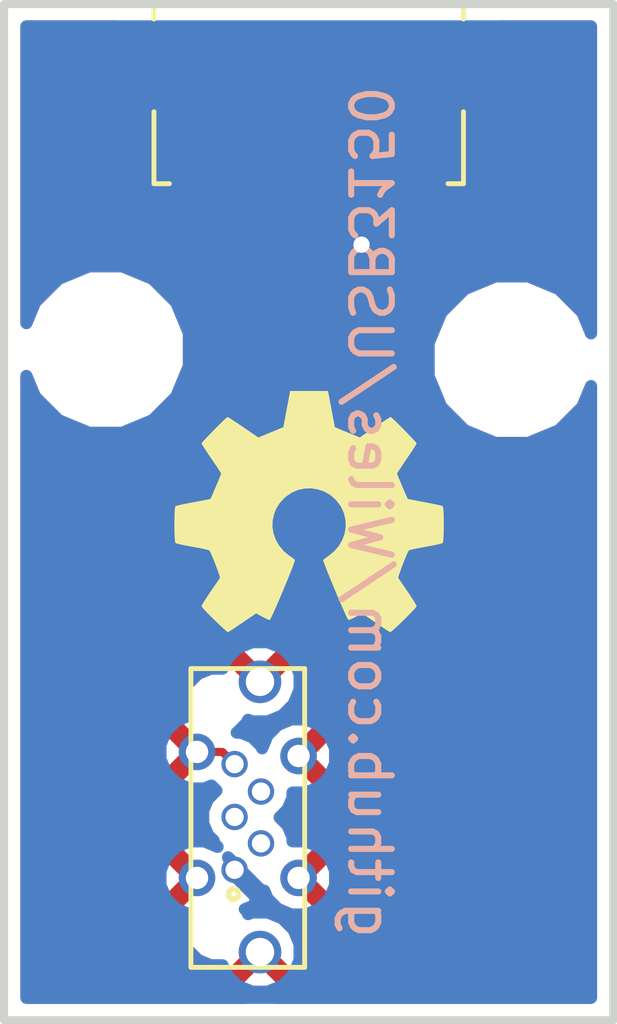
<source format=kicad_pcb>
(kicad_pcb (version 20171130) (host pcbnew "(5.0.0)")

  (general
    (thickness 1.6)
    (drawings 6)
    (tracks 6)
    (zones 0)
    (modules 5)
    (nets 9)
  )

  (page A4)
  (layers
    (0 F.Cu signal hide)
    (31 B.Cu signal hide)
    (32 B.Adhes user)
    (33 F.Adhes user hide)
    (34 B.Paste user)
    (35 F.Paste user)
    (36 B.SilkS user)
    (37 F.SilkS user)
    (38 B.Mask user)
    (39 F.Mask user)
    (40 Dwgs.User user)
    (41 Cmts.User user)
    (42 Eco1.User user)
    (43 Eco2.User user)
    (44 Edge.Cuts user)
    (45 Margin user)
    (46 B.CrtYd user)
    (47 F.CrtYd user)
    (48 B.Fab user)
    (49 F.Fab user)
  )

  (setup
    (last_trace_width 0.2)
    (trace_clearance 0.1)
    (zone_clearance 0.3)
    (zone_45_only no)
    (trace_min 0.2)
    (segment_width 0.2)
    (edge_width 0.15)
    (via_size 0.8)
    (via_drill 0.4)
    (via_min_size 0.4)
    (via_min_drill 0.3)
    (uvia_size 0.3)
    (uvia_drill 0.1)
    (uvias_allowed no)
    (uvia_min_size 0.2)
    (uvia_min_drill 0.1)
    (pcb_text_width 0.3)
    (pcb_text_size 1.5 1.5)
    (mod_edge_width 0.15)
    (mod_text_size 1 1)
    (mod_text_width 0.15)
    (pad_size 1.524 1.524)
    (pad_drill 0.762)
    (pad_to_mask_clearance 0.2)
    (aux_axis_origin 0 0)
    (visible_elements FFFFFF7F)
    (pcbplotparams
      (layerselection 0x010fc_ffffffff)
      (usegerberextensions false)
      (usegerberattributes false)
      (usegerberadvancedattributes false)
      (creategerberjobfile false)
      (excludeedgelayer true)
      (linewidth 0.100000)
      (plotframeref false)
      (viasonmask false)
      (mode 1)
      (useauxorigin false)
      (hpglpennumber 1)
      (hpglpenspeed 20)
      (hpglpendiameter 15.000000)
      (psnegative false)
      (psa4output false)
      (plotreference true)
      (plotvalue true)
      (plotinvisibletext false)
      (padsonsilk false)
      (subtractmaskfromsilk false)
      (outputformat 1)
      (mirror false)
      (drillshape 1)
      (scaleselection 1)
      (outputdirectory ""))
  )

  (net 0 "")
  (net 1 +5V)
  (net 2 "Net-(J1-Pad2)")
  (net 3 "Net-(J1-Pad3)")
  (net 4 "Net-(J1-Pad4)")
  (net 5 GND)
  (net 6 "Net-(J2-Pad2)")
  (net 7 "Net-(J2-Pad3)")
  (net 8 "Net-(J2-Pad4)")

  (net_class Default "This is the default net class."
    (clearance 0.1)
    (trace_width 0.2)
    (via_dia 0.8)
    (via_drill 0.4)
    (uvia_dia 0.3)
    (uvia_drill 0.1)
    (add_net +5V)
    (add_net GND)
    (add_net "Net-(J1-Pad2)")
    (add_net "Net-(J1-Pad3)")
    (add_net "Net-(J1-Pad4)")
    (add_net "Net-(J2-Pad2)")
    (add_net "Net-(J2-Pad3)")
    (add_net "Net-(J2-Pad4)")
  )

  (module Connector_USB:USB_Micro-B_Molex_47346-0001 (layer F.Cu) (tedit 5B8486A9) (tstamp 5B9FD85C)
    (at 127 92.71 180)
    (descr "Micro USB B receptable with flange, bottom-mount, SMD, right-angle (http://www.molex.com/pdm_docs/sd/473460001_sd.pdf)")
    (tags "Micro B USB SMD")
    (path /5B79DAAA)
    (attr smd)
    (fp_text reference J1 (at 0 -3.3) (layer F.SilkS) hide
      (effects (font (size 1 1) (thickness 0.15)))
    )
    (fp_text value USB_B_Micro (at 0 4.6) (layer F.Fab)
      (effects (font (size 1 1) (thickness 0.15)))
    )
    (fp_text user "PCB Edge" (at 0 2.67) (layer Dwgs.User)
      (effects (font (size 0.4 0.4) (thickness 0.04)))
    )
    (fp_text user %R (at 0 1.2 180) (layer F.Fab)
      (effects (font (size 1 1) (thickness 0.15)))
    )
    (fp_line (start 3.81 -1.71) (end 3.43 -1.71) (layer F.SilkS) (width 0.12))
    (fp_line (start 4.6 3.9) (end -4.6 3.9) (layer F.CrtYd) (width 0.05))
    (fp_line (start 4.6 -2.7) (end 4.6 3.9) (layer F.CrtYd) (width 0.05))
    (fp_line (start -4.6 -2.7) (end 4.6 -2.7) (layer F.CrtYd) (width 0.05))
    (fp_line (start -4.6 3.9) (end -4.6 -2.7) (layer F.CrtYd) (width 0.05))
    (fp_line (start 3.75 3.35) (end -3.75 3.35) (layer F.Fab) (width 0.1))
    (fp_line (start 3.75 -1.65) (end 3.75 3.35) (layer F.Fab) (width 0.1))
    (fp_line (start -3.75 -1.65) (end 3.75 -1.65) (layer F.Fab) (width 0.1))
    (fp_line (start -3.75 3.35) (end -3.75 -1.65) (layer F.Fab) (width 0.1))
    (fp_line (start 3.81 2.34) (end 3.81 2.6) (layer F.SilkS) (width 0.12))
    (fp_line (start 3.81 -1.71) (end 3.81 0.06) (layer F.SilkS) (width 0.12))
    (fp_line (start -3.81 -1.71) (end -3.43 -1.71) (layer F.SilkS) (width 0.12))
    (fp_line (start -3.81 0.06) (end -3.81 -1.71) (layer F.SilkS) (width 0.12))
    (fp_line (start -3.81 2.6) (end -3.81 2.34) (layer F.SilkS) (width 0.12))
    (fp_line (start -3.25 2.65) (end 3.25 2.65) (layer F.Fab) (width 0.1))
    (pad 1 smd rect (at -1.3 -1.46 180) (size 0.45 1.38) (layers F.Cu F.Paste F.Mask)
      (net 1 +5V))
    (pad 2 smd rect (at -0.65 -1.46 180) (size 0.45 1.38) (layers F.Cu F.Paste F.Mask)
      (net 2 "Net-(J1-Pad2)"))
    (pad 3 smd rect (at 0 -1.46 180) (size 0.45 1.38) (layers F.Cu F.Paste F.Mask)
      (net 3 "Net-(J1-Pad3)"))
    (pad 4 smd rect (at 0.65 -1.46 180) (size 0.45 1.38) (layers F.Cu F.Paste F.Mask)
      (net 4 "Net-(J1-Pad4)"))
    (pad 5 smd rect (at 1.3 -1.46 180) (size 0.45 1.38) (layers F.Cu F.Paste F.Mask)
      (net 5 GND))
    (pad 6 smd rect (at -2.4625 -1.1 180) (size 1.475 2.1) (layers F.Cu F.Paste F.Mask)
      (net 5 GND))
    (pad 6 smd rect (at 2.4625 -1.1 180) (size 1.475 2.1) (layers F.Cu F.Paste F.Mask)
      (net 5 GND))
    (pad 6 smd rect (at -2.91 1.2 180) (size 2.375 1.9) (layers F.Cu F.Paste F.Mask)
      (net 5 GND))
    (pad 6 smd rect (at 2.91 1.2 180) (size 2.375 1.9) (layers F.Cu F.Paste F.Mask)
      (net 5 GND))
    (pad 6 smd rect (at -0.84 1.2 180) (size 1.175 1.9) (layers F.Cu F.Paste F.Mask)
      (net 5 GND))
    (pad 6 smd rect (at 0.84 1.2 180) (size 1.175 1.9) (layers F.Cu F.Paste F.Mask)
      (net 5 GND))
    (model ${KISYS3DMOD}/Connector_USB.3dshapes/USB_Micro-B_Molex_47346-0001.wrl
      (at (xyz 0 0 0))
      (scale (xyz 1 1 1))
      (rotate (xyz 0 0 0))
    )
  )

  (module USB3150:USB3150 (layer F.Cu) (tedit 5B8486A1) (tstamp 5B9FD6EA)
    (at 125.5 110 90)
    (path /5B79DB1C)
    (fp_text reference J2 (at 0 2.54 90) (layer F.SilkS) hide
      (effects (font (size 1 1) (thickness 0.15)))
    )
    (fp_text value USB_B_Micro (at 0 -2.375 90) (layer F.Fab)
      (effects (font (size 1 1) (thickness 0.15)))
    )
    (fp_line (start -3.675 -1.4) (end 3.65 -1.4) (layer F.SilkS) (width 0.12))
    (fp_line (start 3.65 -1.4) (end 3.65 1.4) (layer F.SilkS) (width 0.12))
    (fp_line (start 3.65 1.4) (end -3.7 1.4) (layer F.SilkS) (width 0.12))
    (fp_line (start -3.7 1.4) (end -3.7 -1.4) (layer F.SilkS) (width 0.12))
    (fp_circle (center -1.9 -0.35) (end -1.9 -0.225) (layer F.SilkS) (width 0.15))
    (fp_text user %R (at 0 2.55 90) (layer F.Fab)
      (effects (font (size 1 1) (thickness 0.15)))
    )
    (fp_line (start -3.675 -1.4) (end 3.65 -1.4) (layer F.Fab) (width 0.12))
    (fp_line (start 3.65 -1.4) (end 3.65 1.4) (layer F.Fab) (width 0.12))
    (fp_line (start 3.65 1.4) (end -3.7 1.4) (layer F.Fab) (width 0.12))
    (fp_line (start -3.7 1.4) (end -3.7 -1.4) (layer F.Fab) (width 0.12))
    (fp_line (start -4 -1.75) (end -4 1.75) (layer F.CrtYd) (width 0.05))
    (fp_line (start -4 1.75) (end 4 1.75) (layer F.CrtYd) (width 0.05))
    (fp_line (start 4 1.75) (end 4 -1.75) (layer F.CrtYd) (width 0.05))
    (fp_line (start 4 -1.75) (end -4 -1.75) (layer F.CrtYd) (width 0.05))
    (pad 1 thru_hole circle (at -1.3 -0.325 90) (size 0.65 0.65) (drill 0.45) (layers *.Cu *.Mask)
      (net 1 +5V))
    (pad 2 thru_hole circle (at -0.65 0.325 90) (size 0.65 0.65) (drill 0.45) (layers *.Cu *.Mask)
      (net 6 "Net-(J2-Pad2)"))
    (pad 3 thru_hole circle (at 0 -0.325 90) (size 0.65 0.65) (drill 0.45) (layers *.Cu *.Mask)
      (net 7 "Net-(J2-Pad3)"))
    (pad 4 thru_hole circle (at 0.625 0.325 90) (size 0.65 0.65) (drill 0.45) (layers *.Cu *.Mask)
      (net 8 "Net-(J2-Pad4)"))
    (pad 5 thru_hole circle (at 1.3 -0.325 90) (size 0.65 0.65) (drill 0.45) (layers *.Cu *.Mask)
      (net 5 GND))
    (pad 6 thru_hole circle (at -1.5 -1.25 90) (size 0.9 0.9) (drill 0.55) (layers *.Cu *.Mask)
      (net 5 GND))
    (pad 6 thru_hole circle (at 1.6 -1.25 90) (size 0.9 0.9) (drill 0.55) (layers *.Cu *.Mask)
      (net 5 GND))
    (pad 6 thru_hole circle (at 1.5 1.25 90) (size 0.9 0.9) (drill 0.55) (layers *.Cu *.Mask)
      (net 5 GND))
    (pad 6 thru_hole circle (at -1.5 1.25 90) (size 0.9 0.9) (drill 0.55) (layers *.Cu *.Mask)
      (net 5 GND))
    (pad 6 thru_hole circle (at 3.325 0.3 90) (size 1.05 1.05) (drill 0.7) (layers *.Cu *.Mask)
      (net 5 GND))
    (pad 6 thru_hole circle (at -3.325 0.3 90) (size 1.05 1.05) (drill 0.7) (layers *.Cu *.Mask)
      (net 5 GND))
    (pad "" np_thru_hole circle (at 2.8 -0.745 90) (size 0.8 0.8) (drill 0.8) (layers *.Cu *.Mask))
    (pad "" np_thru_hole circle (at -2.8 -0.745 90) (size 0.8 0.8) (drill 0.8) (layers *.Cu *.Mask))
  )

  (module MountingHole:MountingHole_3.2mm_M3 (layer F.Cu) (tedit 5B8486AC) (tstamp 5BABC243)
    (at 122 98.5)
    (descr "Mounting Hole 3.2mm, no annular, M3")
    (tags "mounting hole 3.2mm no annular m3")
    (attr virtual)
    (fp_text reference REF** (at 0 -4.2) (layer F.SilkS) hide
      (effects (font (size 1 1) (thickness 0.15)))
    )
    (fp_text value MountingHole_3.2mm_M3 (at 0 4.2) (layer F.Fab)
      (effects (font (size 1 1) (thickness 0.15)))
    )
    (fp_circle (center 0 0) (end 3.45 0) (layer F.CrtYd) (width 0.05))
    (fp_circle (center 0 0) (end 3.2 0) (layer Cmts.User) (width 0.15))
    (fp_text user %R (at 0.3 0) (layer F.Fab)
      (effects (font (size 1 1) (thickness 0.15)))
    )
    (pad 1 np_thru_hole circle (at 0 0) (size 3.2 3.2) (drill 3.2) (layers *.Cu *.Mask))
  )

  (module MountingHole:MountingHole_3.2mm_M3 (layer F.Cu) (tedit 5B8486A6) (tstamp 5BABC298)
    (at 132 98.75)
    (descr "Mounting Hole 3.2mm, no annular, M3")
    (tags "mounting hole 3.2mm no annular m3")
    (attr virtual)
    (fp_text reference REF** (at 0 -4.2) (layer F.SilkS) hide
      (effects (font (size 1 1) (thickness 0.15)))
    )
    (fp_text value MountingHole_3.2mm_M3 (at 0 4.2) (layer F.Fab)
      (effects (font (size 1 1) (thickness 0.15)))
    )
    (fp_circle (center 0 0) (end 3.45 0) (layer F.CrtYd) (width 0.05))
    (fp_circle (center 0 0) (end 3.2 0) (layer Cmts.User) (width 0.15))
    (fp_text user %R (at 0.3 0) (layer F.Fab)
      (effects (font (size 1 1) (thickness 0.15)))
    )
    (pad 1 np_thru_hole circle (at 0 0) (size 3.2 3.2) (drill 3.2) (layers *.Cu *.Mask))
  )

  (module Symbol:OSHW-Symbol_6.7x6mm_SilkScreen (layer F.Cu) (tedit 0) (tstamp 5BABCFD7)
    (at 127 102.5)
    (descr "Open Source Hardware Symbol")
    (tags "Logo Symbol OSHW")
    (attr virtual)
    (fp_text reference REF** (at 0 0) (layer F.SilkS) hide
      (effects (font (size 1 1) (thickness 0.15)))
    )
    (fp_text value OSHW-Symbol_6.7x6mm_SilkScreen (at 0.75 0) (layer F.Fab) hide
      (effects (font (size 1 1) (thickness 0.15)))
    )
    (fp_poly (pts (xy 0.555814 -2.531069) (xy 0.639635 -2.086445) (xy 0.94892 -1.958947) (xy 1.258206 -1.831449)
      (xy 1.629246 -2.083754) (xy 1.733157 -2.154004) (xy 1.827087 -2.216728) (xy 1.906652 -2.269062)
      (xy 1.96747 -2.308143) (xy 2.005157 -2.331107) (xy 2.015421 -2.336058) (xy 2.03391 -2.323324)
      (xy 2.07342 -2.288118) (xy 2.129522 -2.234938) (xy 2.197787 -2.168282) (xy 2.273786 -2.092646)
      (xy 2.353092 -2.012528) (xy 2.431275 -1.932426) (xy 2.503907 -1.856836) (xy 2.566559 -1.790255)
      (xy 2.614803 -1.737182) (xy 2.64421 -1.702113) (xy 2.651241 -1.690377) (xy 2.641123 -1.66874)
      (xy 2.612759 -1.621338) (xy 2.569129 -1.552807) (xy 2.513218 -1.467785) (xy 2.448006 -1.370907)
      (xy 2.410219 -1.31565) (xy 2.341343 -1.214752) (xy 2.28014 -1.123701) (xy 2.229578 -1.04703)
      (xy 2.192628 -0.989272) (xy 2.172258 -0.954957) (xy 2.169197 -0.947746) (xy 2.176136 -0.927252)
      (xy 2.195051 -0.879487) (xy 2.223087 -0.811168) (xy 2.257391 -0.729011) (xy 2.295109 -0.63973)
      (xy 2.333387 -0.550042) (xy 2.36937 -0.466662) (xy 2.400206 -0.396306) (xy 2.423039 -0.34569)
      (xy 2.435017 -0.321529) (xy 2.435724 -0.320578) (xy 2.454531 -0.315964) (xy 2.504618 -0.305672)
      (xy 2.580793 -0.290713) (xy 2.677865 -0.272099) (xy 2.790643 -0.250841) (xy 2.856442 -0.238582)
      (xy 2.97695 -0.215638) (xy 3.085797 -0.193805) (xy 3.177476 -0.174278) (xy 3.246481 -0.158252)
      (xy 3.287304 -0.146921) (xy 3.295511 -0.143326) (xy 3.303548 -0.118994) (xy 3.310033 -0.064041)
      (xy 3.31497 0.015108) (xy 3.318364 0.112026) (xy 3.320218 0.220287) (xy 3.320538 0.333465)
      (xy 3.319327 0.445135) (xy 3.31659 0.548868) (xy 3.312331 0.638241) (xy 3.306555 0.706826)
      (xy 3.299267 0.748197) (xy 3.294895 0.75681) (xy 3.268764 0.767133) (xy 3.213393 0.781892)
      (xy 3.136107 0.799352) (xy 3.04423 0.81778) (xy 3.012158 0.823741) (xy 2.857524 0.852066)
      (xy 2.735375 0.874876) (xy 2.641673 0.89308) (xy 2.572384 0.907583) (xy 2.523471 0.919292)
      (xy 2.490897 0.929115) (xy 2.470628 0.937956) (xy 2.458626 0.946724) (xy 2.456947 0.948457)
      (xy 2.440184 0.976371) (xy 2.414614 1.030695) (xy 2.382788 1.104777) (xy 2.34726 1.191965)
      (xy 2.310583 1.285608) (xy 2.275311 1.379052) (xy 2.243996 1.465647) (xy 2.219193 1.53874)
      (xy 2.203454 1.591678) (xy 2.199332 1.617811) (xy 2.199676 1.618726) (xy 2.213641 1.640086)
      (xy 2.245322 1.687084) (xy 2.291391 1.754827) (xy 2.348518 1.838423) (xy 2.413373 1.932982)
      (xy 2.431843 1.959854) (xy 2.497699 2.057275) (xy 2.55565 2.146163) (xy 2.602538 2.221412)
      (xy 2.635207 2.27792) (xy 2.6505 2.310581) (xy 2.651241 2.314593) (xy 2.638392 2.335684)
      (xy 2.602888 2.377464) (xy 2.549293 2.435445) (xy 2.482171 2.505135) (xy 2.406087 2.582045)
      (xy 2.325604 2.661683) (xy 2.245287 2.739561) (xy 2.169699 2.811186) (xy 2.103405 2.87207)
      (xy 2.050969 2.917721) (xy 2.016955 2.94365) (xy 2.007545 2.947883) (xy 1.985643 2.937912)
      (xy 1.9408 2.91102) (xy 1.880321 2.871736) (xy 1.833789 2.840117) (xy 1.749475 2.782098)
      (xy 1.649626 2.713784) (xy 1.549473 2.645579) (xy 1.495627 2.609075) (xy 1.313371 2.4858)
      (xy 1.160381 2.56852) (xy 1.090682 2.604759) (xy 1.031414 2.632926) (xy 0.991311 2.648991)
      (xy 0.981103 2.651226) (xy 0.968829 2.634722) (xy 0.944613 2.588082) (xy 0.910263 2.515609)
      (xy 0.867588 2.421606) (xy 0.818394 2.310374) (xy 0.76449 2.186215) (xy 0.707684 2.053432)
      (xy 0.649782 1.916327) (xy 0.592593 1.779202) (xy 0.537924 1.646358) (xy 0.487584 1.522098)
      (xy 0.44338 1.410725) (xy 0.407119 1.316539) (xy 0.380609 1.243844) (xy 0.365658 1.196941)
      (xy 0.363254 1.180833) (xy 0.382311 1.160286) (xy 0.424036 1.126933) (xy 0.479706 1.087702)
      (xy 0.484378 1.084599) (xy 0.628264 0.969423) (xy 0.744283 0.835053) (xy 0.83143 0.685784)
      (xy 0.888699 0.525913) (xy 0.915086 0.359737) (xy 0.909585 0.191552) (xy 0.87119 0.025655)
      (xy 0.798895 -0.133658) (xy 0.777626 -0.168513) (xy 0.666996 -0.309263) (xy 0.536302 -0.422286)
      (xy 0.390064 -0.506997) (xy 0.232808 -0.562806) (xy 0.069057 -0.589126) (xy -0.096667 -0.58537)
      (xy -0.259838 -0.55095) (xy -0.415935 -0.485277) (xy -0.560433 -0.387765) (xy -0.605131 -0.348187)
      (xy -0.718888 -0.224297) (xy -0.801782 -0.093876) (xy -0.858644 0.052315) (xy -0.890313 0.197088)
      (xy -0.898131 0.35986) (xy -0.872062 0.52344) (xy -0.814755 0.682298) (xy -0.728856 0.830906)
      (xy -0.617014 0.963735) (xy -0.481877 1.075256) (xy -0.464117 1.087011) (xy -0.40785 1.125508)
      (xy -0.365077 1.158863) (xy -0.344628 1.18016) (xy -0.344331 1.180833) (xy -0.348721 1.203871)
      (xy -0.366124 1.256157) (xy -0.394732 1.33339) (xy -0.432735 1.431268) (xy -0.478326 1.545491)
      (xy -0.529697 1.671758) (xy -0.585038 1.805767) (xy -0.642542 1.943218) (xy -0.700399 2.079808)
      (xy -0.756802 2.211237) (xy -0.809942 2.333205) (xy -0.85801 2.441409) (xy -0.899199 2.531549)
      (xy -0.931699 2.599323) (xy -0.953703 2.64043) (xy -0.962564 2.651226) (xy -0.98964 2.642819)
      (xy -1.040303 2.620272) (xy -1.105817 2.587613) (xy -1.141841 2.56852) (xy -1.294832 2.4858)
      (xy -1.477088 2.609075) (xy -1.570125 2.672228) (xy -1.671985 2.741727) (xy -1.767438 2.807165)
      (xy -1.81525 2.840117) (xy -1.882495 2.885273) (xy -1.939436 2.921057) (xy -1.978646 2.942938)
      (xy -1.991381 2.947563) (xy -2.009917 2.935085) (xy -2.050941 2.900252) (xy -2.110475 2.846678)
      (xy -2.184542 2.777983) (xy -2.269165 2.697781) (xy -2.322685 2.646286) (xy -2.416319 2.554286)
      (xy -2.497241 2.471999) (xy -2.562177 2.402945) (xy -2.607858 2.350644) (xy -2.631011 2.318616)
      (xy -2.633232 2.312116) (xy -2.622924 2.287394) (xy -2.594439 2.237405) (xy -2.550937 2.167212)
      (xy -2.495577 2.081875) (xy -2.43152 1.986456) (xy -2.413303 1.959854) (xy -2.346927 1.863167)
      (xy -2.287378 1.776117) (xy -2.237984 1.703595) (xy -2.202075 1.650493) (xy -2.182981 1.621703)
      (xy -2.181136 1.618726) (xy -2.183895 1.595782) (xy -2.198538 1.545336) (xy -2.222513 1.474041)
      (xy -2.253266 1.388547) (xy -2.288244 1.295507) (xy -2.324893 1.201574) (xy -2.360661 1.113399)
      (xy -2.392994 1.037634) (xy -2.419338 0.980931) (xy -2.437142 0.949943) (xy -2.438407 0.948457)
      (xy -2.449294 0.939601) (xy -2.467682 0.930843) (xy -2.497606 0.921277) (xy -2.543103 0.909996)
      (xy -2.608209 0.896093) (xy -2.696961 0.878663) (xy -2.813393 0.856798) (xy -2.961542 0.829591)
      (xy -2.993618 0.823741) (xy -3.088686 0.805374) (xy -3.171565 0.787405) (xy -3.23493 0.771569)
      (xy -3.271458 0.7596) (xy -3.276356 0.75681) (xy -3.284427 0.732072) (xy -3.290987 0.67679)
      (xy -3.296033 0.597389) (xy -3.299559 0.500296) (xy -3.301561 0.391938) (xy -3.302036 0.27874)
      (xy -3.300977 0.167128) (xy -3.298382 0.063529) (xy -3.294246 -0.025632) (xy -3.288563 -0.093928)
      (xy -3.281331 -0.134934) (xy -3.276971 -0.143326) (xy -3.252698 -0.151792) (xy -3.197426 -0.165565)
      (xy -3.116662 -0.18345) (xy -3.015912 -0.204252) (xy -2.900683 -0.226777) (xy -2.837902 -0.238582)
      (xy -2.718787 -0.260849) (xy -2.612565 -0.281021) (xy -2.524427 -0.298085) (xy -2.459566 -0.311031)
      (xy -2.423174 -0.318845) (xy -2.417184 -0.320578) (xy -2.407061 -0.34011) (xy -2.385662 -0.387157)
      (xy -2.355839 -0.454997) (xy -2.320445 -0.536909) (xy -2.282332 -0.626172) (xy -2.244353 -0.716065)
      (xy -2.20936 -0.799865) (xy -2.180206 -0.870853) (xy -2.159743 -0.922306) (xy -2.150823 -0.947503)
      (xy -2.150657 -0.948604) (xy -2.160769 -0.968481) (xy -2.189117 -1.014223) (xy -2.232723 -1.081283)
      (xy -2.288606 -1.165116) (xy -2.353787 -1.261174) (xy -2.391679 -1.31635) (xy -2.460725 -1.417519)
      (xy -2.52205 -1.50937) (xy -2.572663 -1.587256) (xy -2.609571 -1.646531) (xy -2.629782 -1.682549)
      (xy -2.632701 -1.690623) (xy -2.620153 -1.709416) (xy -2.585463 -1.749543) (xy -2.533063 -1.806507)
      (xy -2.467384 -1.875815) (xy -2.392856 -1.952969) (xy -2.313913 -2.033475) (xy -2.234983 -2.112837)
      (xy -2.1605 -2.18656) (xy -2.094894 -2.250148) (xy -2.042596 -2.299106) (xy -2.008039 -2.328939)
      (xy -1.996478 -2.336058) (xy -1.977654 -2.326047) (xy -1.932631 -2.297922) (xy -1.865787 -2.254546)
      (xy -1.781499 -2.198782) (xy -1.684144 -2.133494) (xy -1.610707 -2.083754) (xy -1.239667 -1.831449)
      (xy -0.621095 -2.086445) (xy -0.537275 -2.531069) (xy -0.453454 -2.975693) (xy 0.471994 -2.975693)
      (xy 0.555814 -2.531069)) (layer F.SilkS) (width 0.01))
  )

  (gr_text github.com/Wiles/USB3150 (at 128.5 102.5 270) (layer B.SilkS)
    (effects (font (size 1 1) (thickness 0.15)) (justify mirror))
  )
  (gr_line (start 134.5 90) (end 127 90) (layer Edge.Cuts) (width 0.2))
  (gr_line (start 134.5 115) (end 134.5 90) (layer Edge.Cuts) (width 0.2))
  (gr_line (start 119.5 115) (end 134.5 115) (layer Edge.Cuts) (width 0.2))
  (gr_line (start 119.5 90) (end 119.5 115) (layer Edge.Cuts) (width 0.2))
  (gr_line (start 127 90) (end 119.5 90) (layer Edge.Cuts) (width 0.2))

  (via (at 128.3 95.92) (size 0.8) (drill 0.4) (layers F.Cu B.Cu) (net 1))
  (segment (start 128.3 94.17) (end 128.3 95.92) (width 0.25) (layer F.Cu) (net 1))
  (segment (start 124.875 108.4) (end 125.175 108.7) (width 0.2) (layer F.Cu) (net 5))
  (segment (start 124.25 108.4) (end 124.875 108.4) (width 0.2) (layer F.Cu) (net 5))
  (segment (start 124.8975 94.17) (end 124.5375 93.81) (width 0.2) (layer F.Cu) (net 5))
  (segment (start 125.7 94.17) (end 124.8975 94.17) (width 0.2) (layer F.Cu) (net 5))

  (zone (net 1) (net_name +5V) (layer B.Cu) (tstamp 5BABC66B) (hatch edge 0.508)
    (connect_pads (clearance 0.3))
    (min_thickness 0.3)
    (fill yes (arc_segments 16) (thermal_gap 0.508) (thermal_bridge_width 0.508))
    (polygon
      (pts
        (xy 119.5 90) (xy 134.5 90) (xy 134.5 115) (xy 119.5 115)
      )
    )
    (filled_polygon
      (pts
        (xy 133.950001 98.10081) (xy 133.737906 97.588768) (xy 133.161232 97.012094) (xy 132.40777 96.7) (xy 131.59223 96.7)
        (xy 130.838768 97.012094) (xy 130.262094 97.588768) (xy 129.95 98.34223) (xy 129.95 99.15777) (xy 130.262094 99.911232)
        (xy 130.838768 100.487906) (xy 131.59223 100.8) (xy 132.40777 100.8) (xy 133.161232 100.487906) (xy 133.737906 99.911232)
        (xy 133.950001 99.39919) (xy 133.95 114.45) (xy 120.05 114.45) (xy 120.05 108.220979) (xy 123.35 108.220979)
        (xy 123.35 108.579021) (xy 123.487017 108.909809) (xy 123.740191 109.162983) (xy 124.070979 109.3) (xy 124.429021 109.3)
        (xy 124.605772 109.226787) (xy 124.728985 109.35) (xy 124.517987 109.560998) (xy 124.4 109.845843) (xy 124.4 110.154157)
        (xy 124.517987 110.439002) (xy 124.663981 110.584996) (xy 124.660737 110.638659) (xy 124.75859 110.736512) (xy 124.429021 110.6)
        (xy 124.070979 110.6) (xy 123.740191 110.737017) (xy 123.487017 110.990191) (xy 123.35 111.320979) (xy 123.35 111.679021)
        (xy 123.487017 112.009809) (xy 123.740191 112.262983) (xy 124.010951 112.375136) (xy 123.905 112.630925) (xy 123.905 112.969075)
        (xy 124.034405 113.281486) (xy 124.273514 113.520595) (xy 124.585925 113.65) (xy 124.879287 113.65) (xy 124.973435 113.877293)
        (xy 125.247707 114.151565) (xy 125.606061 114.3) (xy 125.993939 114.3) (xy 126.352293 114.151565) (xy 126.626565 113.877293)
        (xy 126.775 113.518939) (xy 126.775 113.131061) (xy 126.626565 112.772707) (xy 126.352293 112.498435) (xy 125.993939 112.35)
        (xy 125.606061 112.35) (xy 125.505833 112.391516) (xy 125.475595 112.318514) (xy 125.42589 112.268809) (xy 125.433661 112.268306)
        (xy 125.676795 112.167597) (xy 125.689263 111.961341) (xy 125.175 111.447078) (xy 125.160858 111.461221) (xy 125.15 111.450363)
        (xy 125.15 111.320979) (xy 125.013488 110.99141) (xy 125.175 111.152922) (xy 125.189143 111.13878) (xy 125.336221 111.285858)
        (xy 125.322078 111.3) (xy 125.836341 111.814263) (xy 125.904317 111.810154) (xy 125.987017 112.009809) (xy 126.240191 112.262983)
        (xy 126.570979 112.4) (xy 126.929021 112.4) (xy 127.259809 112.262983) (xy 127.512983 112.009809) (xy 127.65 111.679021)
        (xy 127.65 111.320979) (xy 127.512983 110.990191) (xy 127.259809 110.737017) (xy 126.929021 110.6) (xy 126.6 110.6)
        (xy 126.6 110.495843) (xy 126.482013 110.210998) (xy 126.283515 110.0125) (xy 126.482013 109.814002) (xy 126.6 109.529157)
        (xy 126.6 109.4) (xy 126.929021 109.4) (xy 127.259809 109.262983) (xy 127.512983 109.009809) (xy 127.65 108.679021)
        (xy 127.65 108.320979) (xy 127.512983 107.990191) (xy 127.259809 107.737017) (xy 126.929021 107.6) (xy 126.570979 107.6)
        (xy 126.240191 107.737017) (xy 125.987017 107.990191) (xy 125.853429 108.312701) (xy 125.832013 108.260998) (xy 125.614002 108.042987)
        (xy 125.329157 107.925) (xy 125.225851 107.925) (xy 125.236486 107.920595) (xy 125.475595 107.681486) (xy 125.505833 107.608484)
        (xy 125.606061 107.65) (xy 125.993939 107.65) (xy 126.352293 107.501565) (xy 126.626565 107.227293) (xy 126.775 106.868939)
        (xy 126.775 106.481061) (xy 126.626565 106.122707) (xy 126.352293 105.848435) (xy 125.993939 105.7) (xy 125.606061 105.7)
        (xy 125.247707 105.848435) (xy 124.973435 106.122707) (xy 124.879287 106.35) (xy 124.585925 106.35) (xy 124.273514 106.479405)
        (xy 124.034405 106.718514) (xy 123.905 107.030925) (xy 123.905 107.369075) (xy 123.975596 107.539509) (xy 123.740191 107.637017)
        (xy 123.487017 107.890191) (xy 123.35 108.220979) (xy 120.05 108.220979) (xy 120.05 99.149191) (xy 120.262094 99.661232)
        (xy 120.838768 100.237906) (xy 121.59223 100.55) (xy 122.40777 100.55) (xy 123.161232 100.237906) (xy 123.737906 99.661232)
        (xy 124.05 98.90777) (xy 124.05 98.09223) (xy 123.737906 97.338768) (xy 123.161232 96.762094) (xy 122.40777 96.45)
        (xy 121.59223 96.45) (xy 120.838768 96.762094) (xy 120.262094 97.338768) (xy 120.05 97.850809) (xy 120.05 90.55)
        (xy 133.950001 90.55)
      )
    )
  )
  (zone (net 5) (net_name GND) (layer F.Cu) (tstamp 5BABC668) (hatch edge 0.508)
    (connect_pads (clearance 0.3))
    (min_thickness 0.3)
    (fill yes (arc_segments 16) (thermal_gap 0.508) (thermal_bridge_width 0.508))
    (polygon
      (pts
        (xy 119.5 90) (xy 134.5 90) (xy 134.5 115) (xy 119.5 115)
      )
    )
    (filled_polygon
      (pts
        (xy 122.2445 91.2415) (xy 122.409 91.406) (xy 123.986 91.406) (xy 123.986 91.386) (xy 124.194 91.386)
        (xy 124.194 91.406) (xy 126.056 91.406) (xy 126.056 91.386) (xy 126.264 91.386) (xy 126.264 91.406)
        (xy 127.736 91.406) (xy 127.736 91.386) (xy 127.944 91.386) (xy 127.944 91.406) (xy 129.806 91.406)
        (xy 129.806 91.386) (xy 130.014 91.386) (xy 130.014 91.406) (xy 131.591 91.406) (xy 131.7555 91.2415)
        (xy 131.7555 90.55) (xy 133.950001 90.55) (xy 133.950001 98.10081) (xy 133.737906 97.588768) (xy 133.161232 97.012094)
        (xy 132.40777 96.7) (xy 131.59223 96.7) (xy 130.838768 97.012094) (xy 130.262094 97.588768) (xy 129.95 98.34223)
        (xy 129.95 99.15777) (xy 130.262094 99.911232) (xy 130.838768 100.487906) (xy 131.59223 100.8) (xy 132.40777 100.8)
        (xy 133.161232 100.487906) (xy 133.737906 99.911232) (xy 133.950001 99.39919) (xy 133.95 114.45) (xy 126.20084 114.45)
        (xy 126.422195 114.358312) (xy 126.459357 114.131435) (xy 125.8 113.472078) (xy 125.140643 114.131435) (xy 125.177805 114.358312)
        (xy 125.432428 114.45) (xy 120.05 114.45) (xy 120.05 111.338522) (xy 123.131894 111.338522) (xy 123.15521 111.778694)
        (xy 123.278799 112.077068) (xy 123.49793 112.104992) (xy 124.102922 111.5) (xy 123.49793 110.895008) (xy 123.278799 110.922932)
        (xy 123.131894 111.338522) (xy 120.05 111.338522) (xy 120.05 108.238522) (xy 123.131894 108.238522) (xy 123.15521 108.678694)
        (xy 123.278799 108.977068) (xy 123.49793 109.004992) (xy 124.102922 108.4) (xy 123.49793 107.795008) (xy 123.278799 107.822932)
        (xy 123.131894 108.238522) (xy 120.05 108.238522) (xy 120.05 107.64793) (xy 123.645008 107.64793) (xy 124.25 108.252922)
        (xy 124.264143 108.23878) (xy 124.286117 108.260754) (xy 124.181417 108.568417) (xy 124.184291 108.612787) (xy 123.645008 109.15207)
        (xy 123.672932 109.371201) (xy 124.088522 109.518106) (xy 124.528694 109.49479) (xy 124.623439 109.455546) (xy 124.517987 109.560998)
        (xy 124.4 109.845843) (xy 124.4 110.154157) (xy 124.508544 110.416206) (xy 124.411478 110.381894) (xy 123.971306 110.40521)
        (xy 123.672932 110.528799) (xy 123.645008 110.74793) (xy 124.25 111.352922) (xy 124.264143 111.33878) (xy 124.411221 111.485858)
        (xy 124.397078 111.5) (xy 124.411221 111.514143) (xy 124.264143 111.661221) (xy 124.25 111.647078) (xy 123.645008 112.25207)
        (xy 123.672932 112.471201) (xy 123.933071 112.563156) (xy 123.905 112.630925) (xy 123.905 112.969075) (xy 124.034405 113.281486)
        (xy 124.273514 113.520595) (xy 124.585925 113.65) (xy 124.643586 113.65) (xy 124.766688 113.947195) (xy 124.993565 113.984357)
        (xy 125.652922 113.325) (xy 125.63878 113.310858) (xy 125.785858 113.16378) (xy 125.8 113.177922) (xy 125.814143 113.16378)
        (xy 125.961221 113.310858) (xy 125.947078 113.325) (xy 126.606435 113.984357) (xy 126.833312 113.947195) (xy 126.992759 113.504401)
        (xy 126.97062 113.034296) (xy 126.833312 112.702805) (xy 126.606438 112.665643) (xy 126.657636 112.614445) (xy 127.028694 112.59479)
        (xy 127.327068 112.471201) (xy 127.354992 112.25207) (xy 126.75 111.647078) (xy 126.735858 111.661221) (xy 126.58878 111.514143)
        (xy 126.602922 111.5) (xy 126.897078 111.5) (xy 127.50207 112.104992) (xy 127.721201 112.077068) (xy 127.868106 111.661478)
        (xy 127.84479 111.221306) (xy 127.721201 110.922932) (xy 127.50207 110.895008) (xy 126.897078 111.5) (xy 126.602922 111.5)
        (xy 126.58878 111.485858) (xy 126.735858 111.33878) (xy 126.75 111.352922) (xy 127.354992 110.74793) (xy 127.327068 110.528799)
        (xy 126.911478 110.381894) (xy 126.560501 110.400485) (xy 126.482013 110.210998) (xy 126.283515 110.0125) (xy 126.482013 109.814002)
        (xy 126.566396 109.610285) (xy 126.588522 109.618106) (xy 127.028694 109.59479) (xy 127.327068 109.471201) (xy 127.354992 109.25207)
        (xy 126.75 108.647078) (xy 126.735858 108.661221) (xy 126.58878 108.514143) (xy 126.602922 108.5) (xy 126.897078 108.5)
        (xy 127.50207 109.104992) (xy 127.721201 109.077068) (xy 127.868106 108.661478) (xy 127.84479 108.221306) (xy 127.721201 107.922932)
        (xy 127.50207 107.895008) (xy 126.897078 108.5) (xy 126.602922 108.5) (xy 126.58878 108.485858) (xy 126.735858 108.33878)
        (xy 126.75 108.352922) (xy 127.354992 107.74793) (xy 127.327068 107.528799) (xy 126.911478 107.381894) (xy 126.666929 107.394848)
        (xy 126.606438 107.334357) (xy 126.833312 107.297195) (xy 126.992759 106.854401) (xy 126.97062 106.384296) (xy 126.833312 106.052805)
        (xy 126.606435 106.015643) (xy 125.947078 106.675) (xy 125.961221 106.689143) (xy 125.814143 106.836221) (xy 125.8 106.822078)
        (xy 125.785858 106.836221) (xy 125.63878 106.689143) (xy 125.652922 106.675) (xy 124.993565 106.015643) (xy 124.766688 106.052805)
        (xy 124.65967 106.35) (xy 124.585925 106.35) (xy 124.273514 106.479405) (xy 124.034405 106.718514) (xy 123.905 107.030925)
        (xy 123.905 107.332674) (xy 123.672932 107.428799) (xy 123.645008 107.64793) (xy 120.05 107.64793) (xy 120.05 105.868565)
        (xy 125.140643 105.868565) (xy 125.8 106.527922) (xy 126.459357 105.868565) (xy 126.422195 105.641688) (xy 125.979401 105.482241)
        (xy 125.509296 105.50438) (xy 125.177805 105.641688) (xy 125.140643 105.868565) (xy 120.05 105.868565) (xy 120.05 99.149191)
        (xy 120.262094 99.661232) (xy 120.838768 100.237906) (xy 121.59223 100.55) (xy 122.40777 100.55) (xy 123.161232 100.237906)
        (xy 123.737906 99.661232) (xy 124.05 98.90777) (xy 124.05 98.09223) (xy 123.737906 97.338768) (xy 123.161232 96.762094)
        (xy 122.40777 96.45) (xy 121.59223 96.45) (xy 120.838768 96.762094) (xy 120.262094 97.338768) (xy 120.05 97.850809)
        (xy 120.05 94.0785) (xy 123.142 94.0785) (xy 123.142 94.990885) (xy 123.242175 95.232727) (xy 123.427273 95.417826)
        (xy 123.669116 95.518) (xy 124.269 95.518) (xy 124.4335 95.3535) (xy 124.4335 93.914) (xy 123.3065 93.914)
        (xy 123.142 94.0785) (xy 120.05 94.0785) (xy 120.05 91.7785) (xy 122.2445 91.7785) (xy 122.2445 92.590885)
        (xy 122.344675 92.832727) (xy 122.529773 93.017826) (xy 122.771616 93.118) (xy 123.142 93.118) (xy 123.142 93.5415)
        (xy 123.3065 93.706) (xy 124.4335 93.706) (xy 124.4335 93.686) (xy 124.6415 93.686) (xy 124.6415 93.706)
        (xy 124.6615 93.706) (xy 124.6615 93.914) (xy 124.6415 93.914) (xy 124.6415 95.3535) (xy 124.806 95.518)
        (xy 125.4315 95.518) (xy 125.449613 95.499887) (xy 125.647727 95.417826) (xy 125.804 95.261552) (xy 125.804 95.3535)
        (xy 125.9685 95.518) (xy 126.055884 95.518) (xy 126.297727 95.417826) (xy 126.396736 95.318816) (xy 126.575 95.318816)
        (xy 126.675 95.298925) (xy 126.775 95.318816) (xy 127.225 95.318816) (xy 127.325 95.298925) (xy 127.425 95.318816)
        (xy 127.699103 95.318816) (xy 127.579405 95.438514) (xy 127.45 95.750925) (xy 127.45 96.089075) (xy 127.579405 96.401486)
        (xy 127.818514 96.640595) (xy 128.130925 96.77) (xy 128.469075 96.77) (xy 128.781486 96.640595) (xy 129.020595 96.401486)
        (xy 129.15 96.089075) (xy 129.15 95.750925) (xy 129.053519 95.518) (xy 129.194 95.518) (xy 129.3585 95.3535)
        (xy 129.3585 93.914) (xy 129.5665 93.914) (xy 129.5665 95.3535) (xy 129.731 95.518) (xy 130.330884 95.518)
        (xy 130.572727 95.417826) (xy 130.757825 95.232727) (xy 130.858 94.990885) (xy 130.858 94.0785) (xy 130.6935 93.914)
        (xy 129.5665 93.914) (xy 129.3585 93.914) (xy 129.3385 93.914) (xy 129.3385 93.706) (xy 129.3585 93.706)
        (xy 129.3585 93.686) (xy 129.5665 93.686) (xy 129.5665 93.706) (xy 130.6935 93.706) (xy 130.858 93.5415)
        (xy 130.858 93.118) (xy 131.228384 93.118) (xy 131.470227 93.017826) (xy 131.655325 92.832727) (xy 131.7555 92.590885)
        (xy 131.7555 91.7785) (xy 131.591 91.614) (xy 130.014 91.614) (xy 130.014 91.634) (xy 129.806 91.634)
        (xy 129.806 91.614) (xy 127.944 91.614) (xy 127.944 91.634) (xy 127.736 91.634) (xy 127.736 91.614)
        (xy 126.264 91.614) (xy 126.264 91.634) (xy 126.056 91.634) (xy 126.056 91.614) (xy 124.194 91.614)
        (xy 124.194 91.634) (xy 123.986 91.634) (xy 123.986 91.614) (xy 122.409 91.614) (xy 122.2445 91.7785)
        (xy 120.05 91.7785) (xy 120.05 90.55) (xy 122.2445 90.55)
      )
    )
    (filled_polygon
      (pts
        (xy 125.336221 108.685858) (xy 125.322078 108.7) (xy 125.336221 108.714143) (xy 125.302069 108.748294) (xy 125.327295 108.676932)
      )
    )
  )
)

</source>
